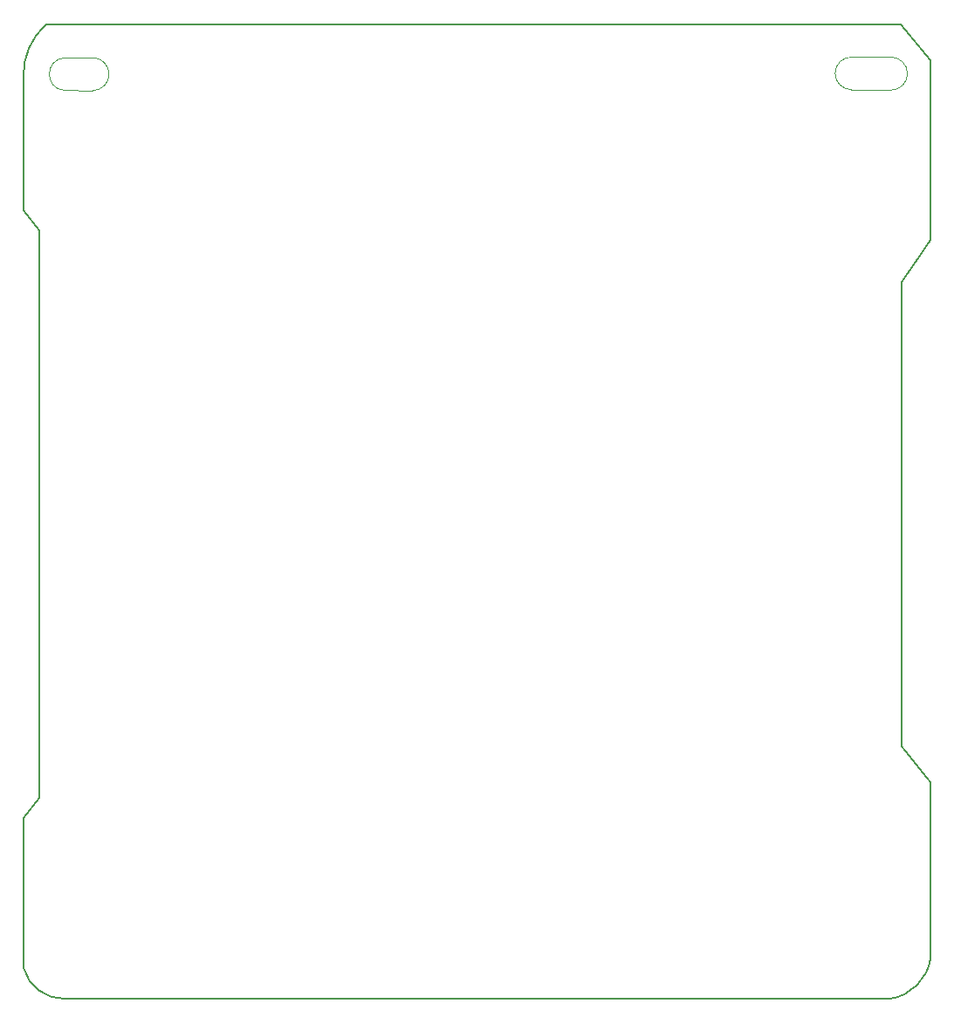
<source format=gbr>
%TF.GenerationSoftware,KiCad,Pcbnew,9.0.0*%
%TF.CreationDate,2025-06-11T13:17:42-07:00*%
%TF.ProjectId,PROVES_Cosmic_Watch,50524f56-4553-45f4-936f-736d69635f57,rev?*%
%TF.SameCoordinates,Original*%
%TF.FileFunction,Profile,NP*%
%FSLAX46Y46*%
G04 Gerber Fmt 4.6, Leading zero omitted, Abs format (unit mm)*
G04 Created by KiCad (PCBNEW 9.0.0) date 2025-06-11 13:17:42*
%MOMM*%
%LPD*%
G01*
G04 APERTURE LIST*
%TA.AperFunction,Profile*%
%ADD10C,0.100000*%
%TD*%
%TA.AperFunction,Profile*%
%ADD11C,0.150000*%
%TD*%
G04 APERTURE END LIST*
D10*
X93329739Y-55490806D02*
X96029962Y-55465022D01*
D11*
X174530000Y-122250000D02*
X174530000Y-77250000D01*
D10*
X96029962Y-55465022D02*
G75*
G02*
X96029962Y-58664978I38J-1599978D01*
G01*
X173479962Y-55415022D02*
G75*
G02*
X173479962Y-58614978I38J-1599978D01*
G01*
X93279764Y-58640013D02*
G75*
G02*
X93329739Y-55490802I134176J1572873D01*
G01*
D11*
X89330000Y-129250000D02*
X89330000Y-143750000D01*
X177330000Y-125750000D02*
X174530000Y-122250000D01*
X89330000Y-57250000D02*
G75*
G02*
X91493519Y-52264844I6488810J145960D01*
G01*
X175830000Y-75250000D02*
X177330000Y-73194322D01*
X93330000Y-146750000D02*
G75*
G02*
X89329976Y-143750007I-60600J4085900D01*
G01*
X177330000Y-73194322D02*
X177330000Y-55750000D01*
D10*
X173479962Y-55415022D02*
X169679937Y-55415815D01*
D11*
X177330000Y-142750000D02*
G75*
G02*
X173330000Y-146750000I-4618600J618600D01*
G01*
X90830000Y-72250000D02*
X89330000Y-70250000D01*
X89330000Y-129250000D02*
X90830000Y-127250000D01*
X173330000Y-146750000D02*
X93330000Y-146750000D01*
X91493520Y-52264845D02*
X174428162Y-52264845D01*
D10*
X169629962Y-58565022D02*
X173479962Y-58615022D01*
D11*
X177330000Y-142749996D02*
X177330000Y-125750000D01*
X174530000Y-77250000D02*
X175830000Y-75250000D01*
D10*
X93279764Y-58640013D02*
X96029962Y-58665022D01*
X169629962Y-58565022D02*
G75*
G02*
X169679938Y-55415770I38J1575022D01*
G01*
D11*
X89330000Y-57250000D02*
X89330000Y-70250000D01*
X90830000Y-127250000D02*
X90830000Y-72250000D01*
X174436897Y-52264845D02*
X177330000Y-55750000D01*
M02*

</source>
